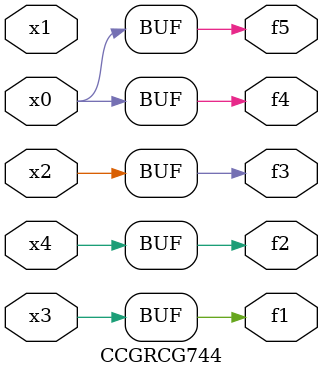
<source format=v>
module CCGRCG744(
	input x0, x1, x2, x3, x4,
	output f1, f2, f3, f4, f5
);
	assign f1 = x3;
	assign f2 = x4;
	assign f3 = x2;
	assign f4 = x0;
	assign f5 = x0;
endmodule

</source>
